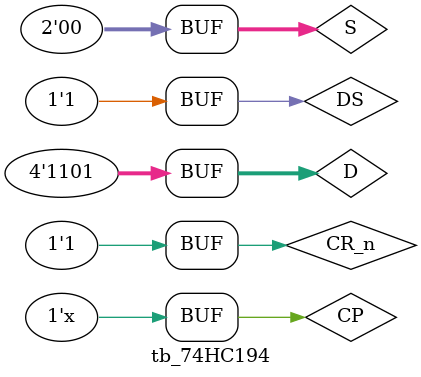
<source format=v>
`timescale 1ns/1ps
module tb_74HC194;
reg CP; initial CP = 'b0;
always #5 CP <= ~CP;

reg CR_n, DS;
reg [1:0] S;
wire [3:0] D = 4'b1101;
wire [3:0] Q;

initial begin
	CR_n = 'b0;      //asy clear enabla
	DS = 'b1;
	S = 'b0;
	#32 CR_n = 'b1;  //clear done
	#23 S = 2'b01;	 //right shift DS = 0 
	#4 DS = 'b0; 	 
	#30 S = 2'b10;   //left shift DS = 0 
	#50 S = 2'b11;	 //set data D = 4'b1101
	    DS = 1'b1;
	#23 S = 2'b01;   //right shift DS = 1 
	#10 S = 2'b10;	 //left shift DS = 1 
	#30 S = 2'b00;   //hold shifter (Q = 4'b0111)
end

S_74HC194 the_shifter(
//	input L,
	.S(S),	      		//?????S[1]:S1 S[0]:S0
	.CR_n(CR_n), .CP(CP),   //???????
	.DS(DS),       		//????DS[1]:Dsl DS[0]:Dsr
	.D(D),        		//????
	.Q(Q)    		//????
	);
endmodule 

</source>
